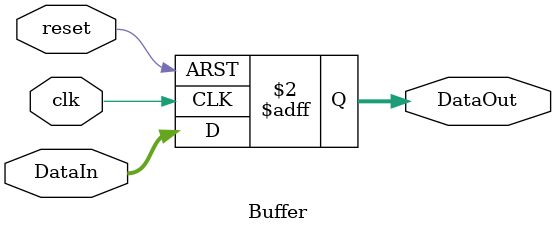
<source format=v>
module Buffer (
    input wire [31:0] DataIn,
    output reg [31:0] DataOut,	
	input wire clk,
	input wire reset
);

always @(posedge clk or posedge reset)
	begin
        if (reset) begin
            // Reset the buffer
            DataOut <= 32'b0;
        end 
	    else begin
            // Store the input
            DataOut <= DataIn;
        end
    end

endmodule
</source>
